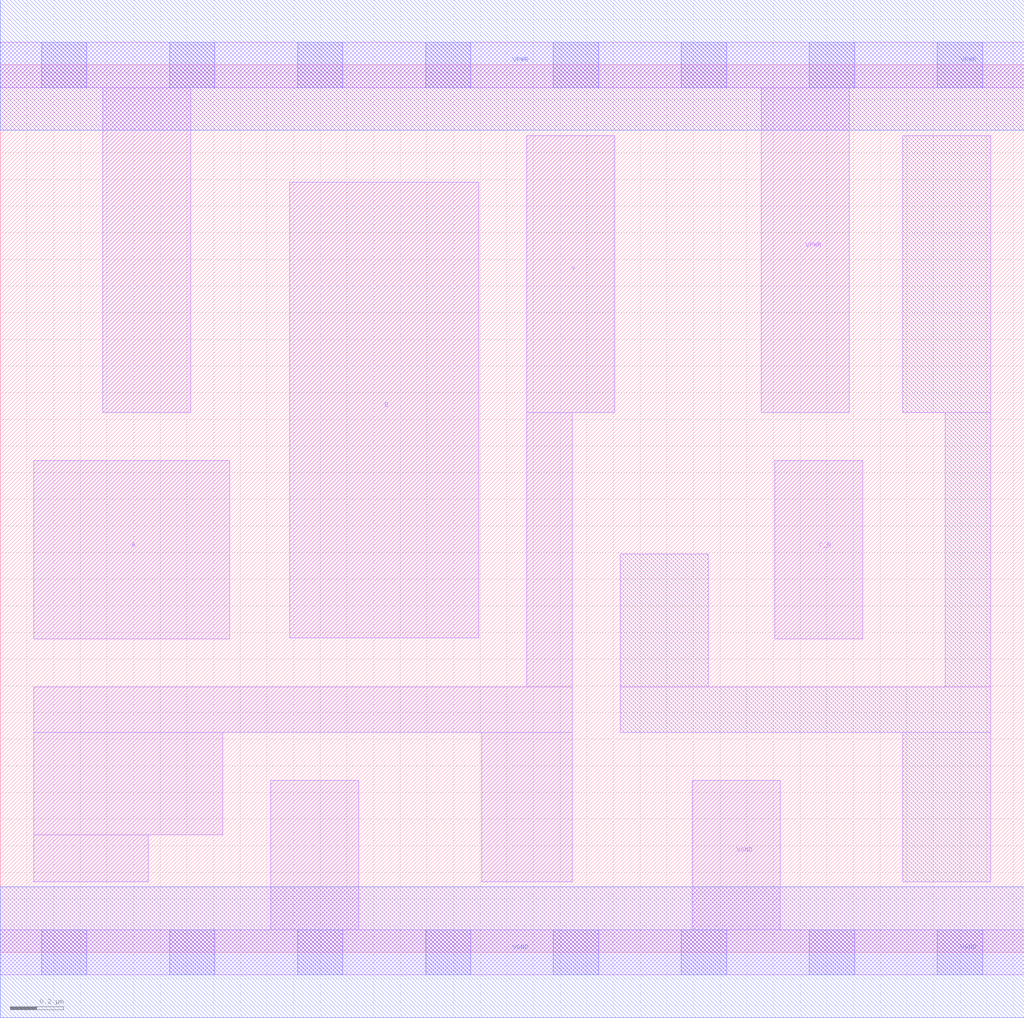
<source format=lef>
# Copyright 2020 The SkyWater PDK Authors
#
# Licensed under the Apache License, Version 2.0 (the "License");
# you may not use this file except in compliance with the License.
# You may obtain a copy of the License at
#
#     https://www.apache.org/licenses/LICENSE-2.0
#
# Unless required by applicable law or agreed to in writing, software
# distributed under the License is distributed on an "AS IS" BASIS,
# WITHOUT WARRANTIES OR CONDITIONS OF ANY KIND, either express or implied.
# See the License for the specific language governing permissions and
# limitations under the License.
#
# SPDX-License-Identifier: Apache-2.0

VERSION 5.7 ;
  NAMESCASESENSITIVE ON ;
  NOWIREEXTENSIONATPIN ON ;
  DIVIDERCHAR "/" ;
  BUSBITCHARS "[]" ;
UNITS
  DATABASE MICRONS 200 ;
END UNITS
MACRO sky130_fd_sc_lp__nor3b_lp
  CLASS CORE ;
  SOURCE USER ;
  FOREIGN sky130_fd_sc_lp__nor3b_lp ;
  ORIGIN  0.000000  0.000000 ;
  SIZE  3.840000 BY  3.330000 ;
  SYMMETRY X Y R90 ;
  SITE unit ;
  PIN A
    ANTENNAGATEAREA  0.376000 ;
    DIRECTION INPUT ;
    USE SIGNAL ;
    PORT
      LAYER li1 ;
        RECT 0.125000 1.175000 0.860000 1.845000 ;
    END
  END A
  PIN B
    ANTENNAGATEAREA  0.376000 ;
    DIRECTION INPUT ;
    USE SIGNAL ;
    PORT
      LAYER li1 ;
        RECT 1.085000 1.180000 1.795000 2.890000 ;
    END
  END B
  PIN C_N
    ANTENNAGATEAREA  0.376000 ;
    DIRECTION INPUT ;
    USE SIGNAL ;
    PORT
      LAYER li1 ;
        RECT 2.905000 1.175000 3.235000 1.845000 ;
    END
  END C_N
  PIN Y
    ANTENNADIFFAREA  0.522300 ;
    DIRECTION OUTPUT ;
    USE SIGNAL ;
    PORT
      LAYER li1 ;
        RECT 0.125000 0.265000 0.555000 0.440000 ;
        RECT 0.125000 0.440000 0.835000 0.825000 ;
        RECT 0.125000 0.825000 2.145000 0.995000 ;
        RECT 1.805000 0.265000 2.145000 0.825000 ;
        RECT 1.975000 0.995000 2.145000 2.025000 ;
        RECT 1.975000 2.025000 2.305000 3.065000 ;
    END
  END Y
  PIN VGND
    DIRECTION INOUT ;
    USE GROUND ;
    PORT
      LAYER li1 ;
        RECT 0.000000 -0.085000 3.840000 0.085000 ;
        RECT 1.015000  0.085000 1.345000 0.645000 ;
        RECT 2.595000  0.085000 2.925000 0.645000 ;
      LAYER mcon ;
        RECT 0.155000 -0.085000 0.325000 0.085000 ;
        RECT 0.635000 -0.085000 0.805000 0.085000 ;
        RECT 1.115000 -0.085000 1.285000 0.085000 ;
        RECT 1.595000 -0.085000 1.765000 0.085000 ;
        RECT 2.075000 -0.085000 2.245000 0.085000 ;
        RECT 2.555000 -0.085000 2.725000 0.085000 ;
        RECT 3.035000 -0.085000 3.205000 0.085000 ;
        RECT 3.515000 -0.085000 3.685000 0.085000 ;
      LAYER met1 ;
        RECT 0.000000 -0.245000 3.840000 0.245000 ;
    END
  END VGND
  PIN VPWR
    DIRECTION INOUT ;
    USE POWER ;
    PORT
      LAYER li1 ;
        RECT 0.000000 3.245000 3.840000 3.415000 ;
        RECT 0.385000 2.025000 0.715000 3.245000 ;
        RECT 2.855000 2.025000 3.185000 3.245000 ;
      LAYER mcon ;
        RECT 0.155000 3.245000 0.325000 3.415000 ;
        RECT 0.635000 3.245000 0.805000 3.415000 ;
        RECT 1.115000 3.245000 1.285000 3.415000 ;
        RECT 1.595000 3.245000 1.765000 3.415000 ;
        RECT 2.075000 3.245000 2.245000 3.415000 ;
        RECT 2.555000 3.245000 2.725000 3.415000 ;
        RECT 3.035000 3.245000 3.205000 3.415000 ;
        RECT 3.515000 3.245000 3.685000 3.415000 ;
      LAYER met1 ;
        RECT 0.000000 3.085000 3.840000 3.575000 ;
    END
  END VPWR
  OBS
    LAYER li1 ;
      RECT 2.325000 0.825000 3.715000 0.995000 ;
      RECT 2.325000 0.995000 2.655000 1.495000 ;
      RECT 3.385000 0.265000 3.715000 0.825000 ;
      RECT 3.385000 2.025000 3.715000 3.065000 ;
      RECT 3.545000 0.995000 3.715000 2.025000 ;
  END
END sky130_fd_sc_lp__nor3b_lp

</source>
